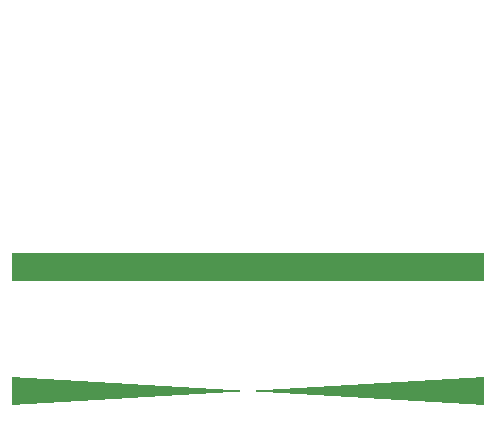
<source format=gbr>
From 50ad321f1feb6a698447b523d5b4ec000e94d3f8 Mon Sep 17 00:00:00 2001
From: jaseg <git@jaseg.net>
Date: Thu, 25 Apr 2019 14:08:42 +0900
Subject: driver: Finish R4 artwork and gerber export

---
 driver/gerber/driver-B_SilkS.gbr | 128 +++++++++++++++++++--------------------
 1 file changed, 64 insertions(+), 64 deletions(-)

(limited to 'driver/gerber/driver-B_SilkS.gbr')

diff --git a/driver/gerber/driver-B_SilkS.gbr b/driver/gerber/driver-B_SilkS.gbr
index 170079f..eeb5ba3 100644
--- a/driver/gerber/driver-B_SilkS.gbr
+++ b/driver/gerber/driver-B_SilkS.gbr
@@ -1,12 +1,12 @@
 G04 #@! TF.GenerationSoftware,KiCad,Pcbnew,(5.1.0-344-gd281f051e)*
-G04 #@! TF.CreationDate,2019-04-24T21:11:32+09:00*
+G04 #@! TF.CreationDate,2019-04-25T12:46:08+09:00*
 G04 #@! TF.ProjectId,driver,64726976-6572-42e6-9b69-6361645f7063,rev?*
 G04 #@! TF.SameCoordinates,Original*
 G04 #@! TF.FileFunction,Legend,Bot*
 G04 #@! TF.FilePolarity,Positive*
 %FSLAX46Y46*%
 G04 Gerber Fmt 4.6, Leading zero omitted, Abs format (unit mm)*
-G04 Created by KiCad (PCBNEW (5.1.0-344-gd281f051e)) date 2019-04-24 21:11:32*
+G04 Created by KiCad (PCBNEW (5.1.0-344-gd281f051e)) date 2019-04-25 12:46:08*
 %MOMM*%
 %LPD*%
 G04 APERTURE LIST*
@@ -16,72 +16,72 @@ G04 APERTURE LIST*
 %ADD13C,0.120000*%
 G04 APERTURE END LIST*
 D10*
-X168523809Y-93202380D02*
-X168523809Y-92202380D01*
-X168285714Y-92202380D01*
-X168142857Y-92250000D01*
-X168047619Y-92345238D01*
-X168000000Y-92440476D01*
-X167952380Y-92630952D01*
-X167952380Y-92773809D01*
-X168000000Y-92964285D01*
-X168047619Y-93059523D01*
-X168142857Y-93154761D01*
-X168285714Y-93202380D01*
-X168523809Y-93202380D01*
-X167571428Y-92916666D02*
-X167095238Y-92916666D01*
-X167666666Y-93202380D02*
-X167333333Y-92202380D01*
-X167000000Y-93202380D01*
-X166809523Y-92202380D02*
-X166238095Y-92202380D01*
-X166523809Y-93202380D02*
-X166523809Y-92202380D01*
-X165904761Y-92678571D02*
-X165571428Y-92678571D01*
-X165428571Y-93202380D02*
-X165904761Y-93202380D01*
-X165904761Y-92202380D01*
-X165428571Y-92202380D01*
-X168559523Y-80654761D02*
-X168416666Y-80702380D01*
-X168178571Y-80702380D01*
-X168083333Y-80654761D01*
-X168035714Y-80607142D01*
-X167988095Y-80511904D01*
-X167988095Y-80416666D01*
-X168035714Y-80321428D01*
-X168083333Y-80273809D01*
-X168178571Y-80226190D01*
-X168369047Y-80178571D01*
-X168464285Y-80130952D01*
-X168511904Y-80083333D01*
-X168559523Y-79988095D01*
-X168559523Y-79892857D01*
-X168511904Y-79797619D01*
-X168464285Y-79750000D01*
-X168369047Y-79702380D01*
-X168130952Y-79702380D01*
-X167988095Y-79750000D01*
-X167559523Y-80702380D02*
-X167559523Y-79702380D01*
-X166988095Y-80702380D01*
-X166988095Y-79702380D01*
+X168523809Y-90902380D02*
+X168523809Y-89902380D01*
+X168285714Y-89902380D01*
+X168142857Y-89950000D01*
+X168047619Y-90045238D01*
+X168000000Y-90140476D01*
+X167952380Y-90330952D01*
+X167952380Y-90473809D01*
+X168000000Y-90664285D01*
+X168047619Y-90759523D01*
+X168142857Y-90854761D01*
+X168285714Y-90902380D01*
+X168523809Y-90902380D01*
+X167571428Y-90616666D02*
+X167095238Y-90616666D01*
+X167666666Y-90902380D02*
+X167333333Y-89902380D01*
+X167000000Y-90902380D01*
+X166809523Y-89902380D02*
+X166238095Y-89902380D01*
+X166523809Y-90902380D02*
+X166523809Y-89902380D01*
+X165904761Y-90378571D02*
+X165571428Y-90378571D01*
+X165428571Y-90902380D02*
+X165904761Y-90902380D01*
+X165904761Y-89902380D01*
+X165428571Y-89902380D01*
+X168509523Y-78304761D02*
+X168366666Y-78352380D01*
+X168128571Y-78352380D01*
+X168033333Y-78304761D01*
+X167985714Y-78257142D01*
+X167938095Y-78161904D01*
+X167938095Y-78066666D01*
+X167985714Y-77971428D01*
+X168033333Y-77923809D01*
+X168128571Y-77876190D01*
+X168319047Y-77828571D01*
+X168414285Y-77780952D01*
+X168461904Y-77733333D01*
+X168509523Y-77638095D01*
+X168509523Y-77542857D01*
+X168461904Y-77447619D01*
+X168414285Y-77400000D01*
+X168319047Y-77352380D01*
+X168080952Y-77352380D01*
+X167938095Y-77400000D01*
+X167509523Y-78352380D02*
+X167509523Y-77352380D01*
+X166938095Y-78352380D01*
+X166938095Y-77352380D01*
 D11*
 G36*
-X168500000Y-91750000D02*
+X168500000Y-89450000D02*
 G01*
-X128500000Y-91750000D01*
-X128500000Y-81250000D01*
-X168500000Y-81250000D01*
-X168500000Y-91750000D01*
+X128500000Y-89450000D01*
+X128500000Y-78950000D01*
+X168500000Y-78950000D01*
+X168500000Y-89450000D01*
 G37*
-X168500000Y-91750000D02*
-X128500000Y-91750000D01*
-X128500000Y-81250000D01*
-X168500000Y-81250000D01*
-X168500000Y-91750000D01*
+X168500000Y-89450000D02*
+X128500000Y-89450000D01*
+X128500000Y-78950000D01*
+X168500000Y-78950000D01*
+X168500000Y-89450000D01*
 D12*
 X131250000Y-58357142D02*
 X130678571Y-58357142D01*
-- 
cgit 


</source>
